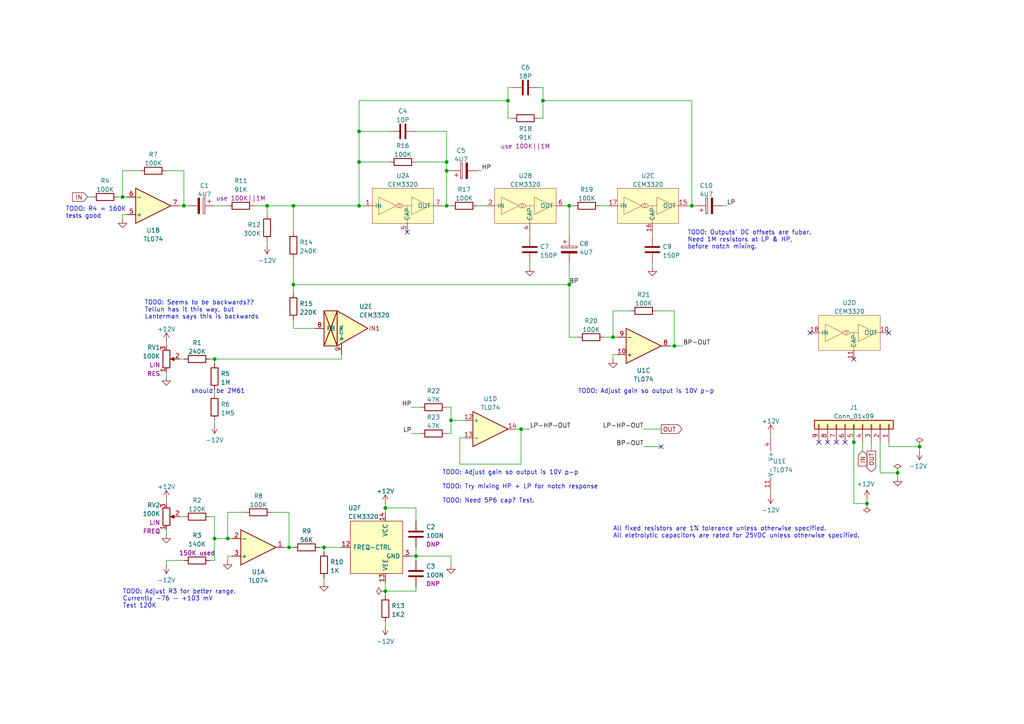
<source format=kicad_sch>
(kicad_sch (version 20211123) (generator eeschema)
  (paper "A4")
  (title_block (title "Eurorack ProtoModule") (date "2021-10-06") (rev "1.0") (company "Len Popp") (comment 1 "Copyright © 2022 Len Popp CC BY") (comment 2 "Circuit design for my custom Eurorack breadboard prototyping module"))
  (lib_symbols
    (symbol "-lmp-opamp:TL074" (pin_names (offset 0.127))
      (property "Reference" "U" (at 0 5.08 0))
      (property "Value" "TL074" (at 0 -5.08 0))
      (symbol "TL074_1_1"
        (pin output line (at 7.62 0 180) (length 2.54) (name "~") (number "1"))
        (pin input line (at -7.62 -2.54 0) (length 2.54) (name "-") (number "2"))
        (pin input line (at -7.62 2.54 0) (length 2.54) (name "+") (number "3"))
      )
      (symbol "TL074_2_1"
        (pin input line (at -7.62 2.54 0) (length 2.54) (name "+") (number "5"))
        (pin input line (at -7.62 -2.54 0) (length 2.54) (name "-") (number "6"))
        (pin output line (at 7.62 0 180) (length 2.54) (name "~") (number "7"))
      )
      (symbol "TL074_3_1"
        (pin input line (at -7.62 2.54 0) (length 2.54) (name "+") (number "10"))
        (pin output line (at 7.62 0 180) (length 2.54) (name "~") (number "8"))
        (pin input line (at -7.62 -2.54 0) (length 2.54) (name "-") (number "9"))
      )
      (symbol "TL074_4_1"
        (pin input line (at -7.62 2.54 0) (length 2.54) (name "+") (number "12"))
        (pin input line (at -7.62 -2.54 0) (length 2.54) (name "-") (number "13"))
        (pin output line (at 7.62 0 180) (length 2.54) (name "~") (number "14"))
      )
      (symbol "TL074_5_1"
        (pin power_in line (at -2.54 -7.62 90) (length 3.81) (name "V-") (number "11"))
        (pin power_in line (at -2.54 7.62 270) (length 3.81) (name "V+") (number "4"))
      )
    )
    (symbol "-lmp-power:+12V" (power) (pin_names (offset 0))
      (property "Value" "+12V" (at 0 3.556 0))
      (symbol "+12V_1_1"
        (pin power_in line (at 0 0 90) (length 0) hide (name "+12V") (number "1"))
      )
    )
    (symbol "-lmp-power:-12V" (power) (pin_names (offset 0))
      (property "Value" "-12V" (at 0 -3.556 0))
      (symbol "-12V_1_1"
        (pin power_in line (at 0 0 270) (length 0) hide (name "-12V") (number "1"))
      )
    )
    (symbol "-lmp-power:GND" (power) (pin_numbers hide) (pin_names (offset 0) hide)
      (symbol "GND_1_1"
        (pin power_in line (at 0 0 270) (length 0) hide (name "GND") (number "1"))
      )
    )
    (symbol "-lmp-power:PWR_FLAG" (power) (pin_numbers hide) (pin_names (offset 0) hide)
      (property "Value" "PWR_FLAG" (at 0 3.81 0))
      (symbol "PWR_FLAG_0_0"
        (pin power_out line (at 0 0 90) (length 0) (name "pwr") (number "1"))
      )
    )
    (symbol "-lmp-synth:CEM3320" (pin_names (offset 0.762))
      (property "Reference" "U" (at 1.27 9.525 0))
      (property "Value" "CEM3320" (at 1.27 6.985 0))
      (symbol "CEM3320_1_1"
        (pin input line (at -10.16 0 0) (length 2.54) (name "IN") (number "1"))
        (pin passive line (at 2.54 -7.62 90) (length 2.54) (name "CAP") (number "5"))
        (pin output line (at 12.7 0 180) (length 2.54) (name "OUT") (number "7"))
      )
      (symbol "CEM3320_2_1"
        (pin input line (at -10.16 0 0) (length 2.54) (name "IN") (number "2"))
        (pin passive line (at 2.54 -7.62 90) (length 2.54) (name "CAP") (number "4"))
        (pin output line (at 12.7 0 180) (length 2.54) (name "OUT") (number "6"))
      )
      (symbol "CEM3320_3_1"
        (pin output line (at 12.7 0 180) (length 2.54) (name "OUT") (number "15"))
        (pin passive line (at 2.54 -7.62 90) (length 2.54) (name "CAP") (number "16"))
        (pin input line (at -10.16 0 0) (length 2.54) (name "IN") (number "17"))
      )
      (symbol "CEM3320_4_1"
        (pin output line (at 12.7 0 180) (length 2.54) (name "OUT") (number "10"))
        (pin passive line (at 2.54 -7.62 90) (length 2.54) (name "CAP") (number "11"))
        (pin input line (at -10.16 0 0) (length 2.54) (name "IN") (number "18"))
      )
      (symbol "CEM3320_5_0"
        (text "IN1" (at 9.525 0 0) (effects (font (size 1.27 1.27))))
      )
      (symbol "CEM3320_5_1"
        (pin input line (at -7.62 0 0) (length 2.54) (name "FB") (number "8"))
        (pin input line (at 0 -7.62 90) (length 3.302) (name "Q-CTRL") (number "9"))
      )
      (symbol "CEM3320_6_1"
        (pin input line (at -12.7 -2.54 0) (length 2.54) (name "FREQ-CTRL") (number "12"))
        (pin power_in line (at 0 -12.7 90) (length 2.54) (name "VEE") (number "13"))
        (pin power_in line (at 0 7.62 270) (length 2.54) (name "VCC") (number "14"))
        (pin power_in line (at 7.62 -5.08 180) (length 2.54) (name "GND") (number "3"))
      )
    )
    (symbol "-lmp:CC" (pin_numbers hide) (pin_names (offset 0.254))
      (property "Reference" "C" (at 0.635 2.54 0))
      (property "Value" "CC" (at 0.635 -2.54 0))
      (symbol "CC_1_1"
        (pin passive line (at 0 3.81 270) (length 2.794) (name "~") (number "1"))
        (pin passive line (at 0 -3.81 90) (length 2.794) (name "~") (number "2"))
      )
    )
    (symbol "-lmp:CC_100N" (pin_numbers hide) (pin_names (offset 0.254))
      (property "Reference" "C" (at 0.635 2.54 0))
      (property "Value" "CC_100N" (at 0.635 -2.54 0))
      (symbol "CC_100N_1_1"
        (pin passive line (at 0 3.81 270) (length 2.794) (name "~") (number "1"))
        (pin passive line (at 0 -3.81 90) (length 2.794) (name "~") (number "2"))
      )
    )
    (symbol "-lmp:CF" (pin_numbers hide) (pin_names (offset 0.254))
      (property "Reference" "C" (at 0.635 2.54 0))
      (property "Value" "CF" (at 0.635 -2.54 0))
      (symbol "CF_1_1"
        (pin passive line (at 0 3.81 270) (length 2.794) (name "~") (number "1"))
        (pin passive line (at 0 -3.81 90) (length 2.794) (name "~") (number "2"))
      )
    )
    (symbol "-lmp:CP" (pin_numbers hide) (pin_names (offset 0.254))
      (property "Reference" "C" (at 0.635 2.54 0))
      (property "Value" "CP" (at 0.635 -2.54 0))
      (symbol "CP_1_1"
        (pin passive line (at 0 3.81 270) (length 2.794) (name "~") (number "1"))
        (pin passive line (at 0 -3.81 90) (length 2.794) (name "~") (number "2"))
      )
    )
    (symbol "-lmp:R_1%_0W166" (pin_numbers hide) (pin_names (offset 0))
      (property "Reference" "R" (at -2.286 0 90))
      (property "Value" "R_1%_0W166" (at 2.413 0 90))
      (symbol "R_1%_0W166_1_1"
        (pin passive line (at 0 3.81 270) (length 1.27) (name "~") (number "1"))
        (pin passive line (at 0 -3.81 90) (length 1.27) (name "~") (number "2"))
      )
    )
    (symbol "-lmp:R_POT" (pin_names (offset 1.016) hide)
      (property "Reference" "RV" (at -9.144 0 90))
      (property "Value" "R_POT" (at -7.239 0 90))
      (property "Value2" "[LIN/LOG]" (at -5.207 0 90))
      (property "Label" "[label]" (at -3.175 0 90))
      (symbol "R_POT_1_1"
        (pin passive line (at 0 3.81 270) (length 1.27) (name "1") (number "1"))
        (pin passive line (at 3.81 0 180) (length 1.27) (name "2") (number "2"))
        (pin passive line (at 0 -3.81 90) (length 1.27) (name "3") (number "3"))
      )
    )
    (symbol "CEM3320_1" (pin_names (offset 0.762))
      (property "Reference" "U" (at 1.27 9.525 0))
      (property "Value" "CEM3320_1" (at 1.27 6.985 0))
      (symbol "CEM3320_1_1_1"
        (pin input line (at -10.16 0 0) (length 2.54) (name "IN") (number "1"))
        (pin passive line (at 2.54 -7.62 90) (length 2.54) (name "CAP") (number "5"))
        (pin output line (at 12.7 0 180) (length 2.54) (name "OUT") (number "7"))
      )
      (symbol "CEM3320_1_2_1"
        (pin input line (at -10.16 0 0) (length 2.54) (name "IN") (number "2"))
        (pin passive line (at 2.54 -7.62 90) (length 2.54) (name "CAP") (number "4"))
        (pin output line (at 12.7 0 180) (length 2.54) (name "OUT") (number "6"))
      )
      (symbol "CEM3320_1_3_1"
        (pin output line (at 12.7 0 180) (length 2.54) (name "OUT") (number "15"))
        (pin passive line (at 2.54 -7.62 90) (length 2.54) (name "CAP") (number "16"))
        (pin input line (at -10.16 0 0) (length 2.54) (name "IN") (number "17"))
      )
      (symbol "CEM3320_1_4_1"
        (pin output line (at 12.7 0 180) (length 2.54) (name "OUT") (number "10"))
        (pin passive line (at 2.54 -7.62 90) (length 2.54) (name "CAP") (number "11"))
        (pin input line (at -10.16 0 0) (length 2.54) (name "IN") (number "18"))
      )
      (symbol "CEM3320_1_5_0"
        (text "IN1" (at 9.525 0 0) (effects (font (size 1.27 1.27))))
      )
      (symbol "CEM3320_1_5_1"
        (pin input line (at -7.62 0 0) (length 2.54) (name "FB") (number "8"))
        (pin input line (at 0 -7.62 90) (length 3.302) (name "Q-CTRL") (number "9"))
      )
      (symbol "CEM3320_1_6_1"
        (pin input line (at -12.7 -2.54 0) (length 2.54) (name "FREQ-CTRL") (number "12"))
        (pin power_in line (at 0 -12.7 90) (length 2.54) (name "VEE") (number "13"))
        (pin power_in line (at 0 7.62 270) (length 2.54) (name "VCC") (number "14"))
        (pin power_in line (at 7.62 -5.08 180) (length 2.54) (name "GND") (number "3"))
      )
    )
    (symbol "CEM3320_2" (pin_names (offset 0.762))
      (property "Reference" "U" (at 1.27 9.525 0))
      (property "Value" "CEM3320_2" (at 1.27 6.985 0))
      (symbol "CEM3320_2_1_1"
        (pin input line (at -10.16 0 0) (length 2.54) (name "IN") (number "1"))
        (pin passive line (at 2.54 -7.62 90) (length 2.54) (name "CAP") (number "5"))
        (pin output line (at 12.7 0 180) (length 2.54) (name "OUT") (number "7"))
      )
      (symbol "CEM3320_2_2_1"
        (pin input line (at -10.16 0 0) (length 2.54) (name "IN") (number "2"))
        (pin passive line (at 2.54 -7.62 90) (length 2.54) (name "CAP") (number "4"))
        (pin output line (at 12.7 0 180) (length 2.54) (name "OUT") (number "6"))
      )
      (symbol "CEM3320_2_3_1"
        (pin output line (at 12.7 0 180) (length 2.54) (name "OUT") (number "15"))
        (pin passive line (at 2.54 -7.62 90) (length 2.54) (name "CAP") (number "16"))
        (pin input line (at -10.16 0 0) (length 2.54) (name "IN") (number "17"))
      )
      (symbol "CEM3320_2_4_1"
        (pin output line (at 12.7 0 180) (length 2.54) (name "OUT") (number "10"))
        (pin passive line (at 2.54 -7.62 90) (length 2.54) (name "CAP") (number "11"))
        (pin input line (at -10.16 0 0) (length 2.54) (name "IN") (number "18"))
      )
      (symbol "CEM3320_2_5_0"
        (text "IN1" (at 9.525 0 0) (effects (font (size 1.27 1.27))))
      )
      (symbol "CEM3320_2_5_1"
        (pin input line (at -7.62 0 0) (length 2.54) (name "FB") (number "8"))
        (pin input line (at 0 -7.62 90) (length 3.302) (name "Q-CTRL") (number "9"))
      )
      (symbol "CEM3320_2_6_1"
        (pin input line (at -12.7 -2.54 0) (length 2.54) (name "FREQ-CTRL") (number "12"))
        (pin power_in line (at 0 -12.7 90) (length 2.54) (name "VEE") (number "13"))
        (pin power_in line (at 0 7.62 270) (length 2.54) (name "VCC") (number "14"))
        (pin power_in line (at 7.62 -5.08 180) (length 2.54) (name "GND") (number "3"))
      )
    )
    (symbol "CEM3320_3" (pin_names (offset 0.762))
      (property "Reference" "U" (at 1.27 9.525 0))
      (property "Value" "CEM3320_3" (at 1.27 6.985 0))
      (symbol "CEM3320_3_1_1"
        (pin input line (at -10.16 0 0) (length 2.54) (name "IN") (number "1"))
        (pin passive line (at 2.54 -7.62 90) (length 2.54) (name "CAP") (number "5"))
        (pin output line (at 12.7 0 180) (length 2.54) (name "OUT") (number "7"))
      )
      (symbol "CEM3320_3_2_1"
        (pin input line (at -10.16 0 0) (length 2.54) (name "IN") (number "2"))
        (pin passive line (at 2.54 -7.62 90) (length 2.54) (name "CAP") (number "4"))
        (pin output line (at 12.7 0 180) (length 2.54) (name "OUT") (number "6"))
      )
      (symbol "CEM3320_3_3_1"
        (pin output line (at 12.7 0 180) (length 2.54) (name "OUT") (number "15"))
        (pin passive line (at 2.54 -7.62 90) (length 2.54) (name "CAP") (number "16"))
        (pin input line (at -10.16 0 0) (length 2.54) (name "IN") (number "17"))
      )
      (symbol "CEM3320_3_4_1"
        (pin output line (at 12.7 0 180) (length 2.54) (name "OUT") (number "10"))
        (pin passive line (at 2.54 -7.62 90) (length 2.54) (name "CAP") (number "11"))
        (pin input line (at -10.16 0 0) (length 2.54) (name "IN") (number "18"))
      )
      (symbol "CEM3320_3_5_0"
        (text "IN1" (at 9.525 0 0) (effects (font (size 1.27 1.27))))
      )
      (symbol "CEM3320_3_5_1"
        (pin input line (at -7.62 0 0) (length 2.54) (name "FB") (number "8"))
        (pin input line (at 0 -7.62 90) (length 3.302) (name "Q-CTRL") (number "9"))
      )
      (symbol "CEM3320_3_6_1"
        (pin input line (at -12.7 -2.54 0) (length 2.54) (name "FREQ-CTRL") (number "12"))
        (pin power_in line (at 0 -12.7 90) (length 2.54) (name "VEE") (number "13"))
        (pin power_in line (at 0 7.62 270) (length 2.54) (name "VCC") (number "14"))
        (pin power_in line (at 7.62 -5.08 180) (length 2.54) (name "GND") (number "3"))
      )
    )
    (symbol "CEM3320_4" (pin_names (offset 0.762))
      (property "Reference" "U" (at 1.27 9.525 0))
      (property "Value" "CEM3320_4" (at 1.27 6.985 0))
      (symbol "CEM3320_4_1_1"
        (pin input line (at -10.16 0 0) (length 2.54) (name "IN") (number "1"))
        (pin passive line (at 2.54 -7.62 90) (length 2.54) (name "CAP") (number "5"))
        (pin output line (at 12.7 0 180) (length 2.54) (name "OUT") (number "7"))
      )
      (symbol "CEM3320_4_2_1"
        (pin input line (at -10.16 0 0) (length 2.54) (name "IN") (number "2"))
        (pin passive line (at 2.54 -7.62 90) (length 2.54) (name "CAP") (number "4"))
        (pin output line (at 12.7 0 180) (length 2.54) (name "OUT") (number "6"))
      )
      (symbol "CEM3320_4_3_1"
        (pin output line (at 12.7 0 180) (length 2.54) (name "OUT") (number "15"))
        (pin passive line (at 2.54 -7.62 90) (length 2.54) (name "CAP") (number "16"))
        (pin input line (at -10.16 0 0) (length 2.54) (name "IN") (number "17"))
      )
      (symbol "CEM3320_4_4_1"
        (pin output line (at 12.7 0 180) (length 2.54) (name "OUT") (number "10"))
        (pin passive line (at 2.54 -7.62 90) (length 2.54) (name "CAP") (number "11"))
        (pin input line (at -10.16 0 0) (length 2.54) (name "IN") (number "18"))
      )
      (symbol "CEM3320_4_5_0"
        (text "IN1" (at 9.525 0 0) (effects (font (size 1.27 1.27))))
      )
      (symbol "CEM3320_4_5_1"
        (pin input line (at -7.62 0 0) (length 2.54) (name "FB") (number "8"))
        (pin input line (at 0 -7.62 90) (length 3.302) (name "Q-CTRL") (number "9"))
      )
      (symbol "CEM3320_4_6_1"
        (pin input line (at -12.7 -2.54 0) (length 2.54) (name "FREQ-CTRL") (number "12"))
        (pin power_in line (at 0 -12.7 90) (length 2.54) (name "VEE") (number "13"))
        (pin power_in line (at 0 7.62 270) (length 2.54) (name "VCC") (number "14"))
        (pin power_in line (at 7.62 -5.08 180) (length 2.54) (name "GND") (number "3"))
      )
    )
    (symbol "CEM3320_5" (pin_names (offset 0.762))
      (property "Reference" "U" (at 1.27 9.525 0))
      (property "Value" "CEM3320_5" (at 1.27 6.985 0))
      (symbol "CEM3320_5_1_1"
        (pin input line (at -10.16 0 0) (length 2.54) (name "IN") (number "1"))
        (pin passive line (at 2.54 -7.62 90) (length 2.54) (name "CAP") (number "5"))
        (pin output line (at 12.7 0 180) (length 2.54) (name "OUT") (number "7"))
      )
      (symbol "CEM3320_5_2_1"
        (pin input line (at -10.16 0 0) (length 2.54) (name "IN") (number "2"))
        (pin passive line (at 2.54 -7.62 90) (length 2.54) (name "CAP") (number "4"))
        (pin output line (at 12.7 0 180) (length 2.54) (name "OUT") (number "6"))
      )
      (symbol "CEM3320_5_3_1"
        (pin output line (at 12.7 0 180) (length 2.54) (name "OUT") (number "15"))
        (pin passive line (at 2.54 -7.62 90) (length 2.54) (name "CAP") (number "16"))
        (pin input line (at -10.16 0 0) (length 2.54) (name "IN") (number "17"))
      )
      (symbol "CEM3320_5_4_1"
        (pin output line (at 12.7 0 180) (length 2.54) (name "OUT") (number "10"))
        (pin passive line (at 2.54 -7.62 90) (length 2.54) (name "CAP") (number "11"))
        (pin input line (at -10.16 0 0) (length 2.54) (name "IN") (number "18"))
      )
      (symbol "CEM3320_5_5_0"
        (text "IN1" (at 9.525 0 0) (effects (font (size 1.27 1.27))))
      )
      (symbol "CEM3320_5_5_1"
        (pin input line (at -7.62 0 0) (length 2.54) (name "FB") (number "8"))
        (pin input line (at 0 -7.62 90) (length 3.302) (name "Q-CTRL") (number "9"))
      )
      (symbol "CEM3320_5_6_1"
        (pin input line (at -12.7 -2.54 0) (length 2.54) (name "FREQ-CTRL") (number "12"))
        (pin power_in line (at 0 -12.7 90) (length 2.54) (name "VEE") (number "13"))
        (pin power_in line (at 0 7.62 270) (length 2.54) (name "VCC") (number "14"))
        (pin power_in line (at 7.62 -5.08 180) (length 2.54) (name "GND") (number "3"))
      )
    )
    (symbol "Connector_Generic:Conn_01x09" (pin_names (offset 1.016) hide)
      (property "Reference" "J" (at 0 12.7 0))
      (property "Value" "Conn_01x09" (at 0 -12.7 0))
      (symbol "Conn_01x09_1_1"
        (pin passive line (at -5.08 10.16 0) (length 3.81) (name "Pin_1") (number "1"))
        (pin passive line (at -5.08 7.62 0) (length 3.81) (name "Pin_2") (number "2"))
        (pin passive line (at -5.08 5.08 0) (length 3.81) (name "Pin_3") (number "3"))
        (pin passive line (at -5.08 2.54 0) (length 3.81) (name "Pin_4") (number "4"))
        (pin passive line (at -5.08 0 0) (length 3.81) (name "Pin_5") (number "5"))
        (pin passive line (at -5.08 -2.54 0) (length 3.81) (name "Pin_6") (number "6"))
        (pin passive line (at -5.08 -5.08 0) (length 3.81) (name "Pin_7") (number "7"))
        (pin passive line (at -5.08 -7.62 0) (length 3.81) (name "Pin_8") (number "8"))
        (pin passive line (at -5.08 -10.16 0) (length 3.81) (name "Pin_9") (number "9"))
      )
    )
  )
  (junction (at 120.65 161.29))
  (junction (at 157.48 29.21))
  (junction (at 104.14 59.69))
  (junction (at 247.65 128.27))
  (junction (at 165.1 82.55))
  (junction (at 93.98 158.75))
  (junction (at 130.81 121.92))
  (junction (at 104.14 46.99))
  (junction (at 83.82 158.75))
  (junction (at 111.76 171.45))
  (junction (at 129.54 49.53))
  (junction (at 53.34 59.69))
  (junction (at 147.32 29.21))
  (junction (at 260.35 137.16))
  (junction (at 251.46 146.05))
  (junction (at 62.23 104.14))
  (junction (at 35.56 57.15))
  (junction (at 195.58 100.33))
  (junction (at 129.54 59.69))
  (junction (at 85.09 82.55))
  (junction (at 200.66 59.69))
  (junction (at 77.47 59.69))
  (junction (at 177.8 97.79))
  (junction (at 151.13 124.46))
  (junction (at 104.14 38.1))
  (junction (at 85.09 59.69))
  (junction (at 111.76 147.32))
  (junction (at 129.54 46.99))
  (junction (at 62.23 156.21))
  (junction (at 266.7 129.54))
  (junction (at 66.04 156.21))
  (junction (at 165.1 59.69))
  (no_connect (at 237.49 128.27))
  (no_connect (at 240.03 128.27))
  (no_connect (at 242.57 128.27))
  (no_connect (at 191.77 129.54))
  (no_connect (at 118.11 67.31))
  (no_connect (at 234.95 96.52))
  (no_connect (at 257.81 96.52))
  (no_connect (at 247.65 104.14))
  (no_connect (at 245.11 128.27))
  (wire (pts (xy 247.65 128.27) (xy 247.65 146.05)))
  (wire (pts (xy 53.34 49.53) (xy 48.26 49.53)))
  (wire (pts (xy 148.59 34.29) (xy 147.32 34.29)))
  (wire (pts (xy 60.96 149.86) (xy 62.23 149.86)))
  (wire (pts (xy 157.48 29.21) (xy 157.48 25.4)))
  (wire (pts (xy 62.23 104.14) (xy 99.06 104.14)))
  (wire (pts (xy 83.82 158.75) (xy 83.82 148.59)))
  (wire (pts (xy 165.1 76.2) (xy 165.1 82.55)))
  (wire (pts (xy 130.81 121.92) (xy 130.81 125.73)))
  (wire (pts (xy 186.69 124.46) (xy 191.77 124.46)))
  (wire (pts (xy 250.19 128.27) (xy 250.19 130.81)))
  (wire (pts (xy 177.8 97.79) (xy 175.26 97.79)))
  (wire (pts (xy 83.82 148.59) (xy 78.74 148.59)))
  (wire (pts (xy 257.81 129.54) (xy 266.7 129.54)))
  (wire (pts (xy 129.54 59.69) (xy 130.81 59.69)))
  (wire (pts (xy 129.54 49.53) (xy 130.81 49.53)))
  (wire (pts (xy 62.23 156.21) (xy 66.04 156.21)))
  (wire (pts (xy 104.14 29.21) (xy 104.14 38.1)))
  (wire (pts (xy 266.7 129.54) (xy 266.7 130.81)))
  (wire (pts (xy 62.23 113.03) (xy 62.23 114.3)))
  (wire (pts (xy 111.76 180.34) (xy 111.76 181.61)))
  (wire (pts (xy 40.64 49.53) (xy 35.56 49.53)))
  (wire (pts (xy 77.47 59.69) (xy 77.47 62.23)))
  (wire (pts (xy 73.66 59.69) (xy 77.47 59.69)))
  (wire (pts (xy 104.14 38.1) (xy 104.14 46.99)))
  (wire (pts (xy 223.52 142.24) (xy 223.52 143.51)))
  (wire (pts (xy 120.65 161.29) (xy 120.65 158.75)))
  (wire (pts (xy 99.06 104.14) (xy 99.06 102.87)))
  (wire (pts (xy 66.04 161.29) (xy 66.04 162.56)))
  (wire (pts (xy 93.98 160.02) (xy 93.98 158.75)))
  (wire (pts (xy 104.14 46.99) (xy 104.14 59.69)))
  (wire (pts (xy 130.81 125.73) (xy 129.54 125.73)))
  (wire (pts (xy 156.21 25.4) (xy 157.48 25.4)))
  (wire (pts (xy 147.32 29.21) (xy 104.14 29.21)))
  (wire (pts (xy 119.38 161.29) (xy 120.65 161.29)))
  (wire (pts (xy 48.26 144.78) (xy 48.26 146.05)))
  (wire (pts (xy 130.81 121.92) (xy 134.62 121.92)))
  (wire (pts (xy 119.38 118.11) (xy 121.92 118.11)))
  (wire (pts (xy 177.8 102.87) (xy 177.8 104.14)))
  (wire (pts (xy 85.09 59.69) (xy 104.14 59.69)))
  (wire (pts (xy 36.83 62.23) (xy 35.56 62.23)))
  (wire (pts (xy 25.4 57.15) (xy 26.67 57.15)))
  (wire (pts (xy 62.23 59.69) (xy 66.04 59.69)))
  (wire (pts (xy 120.65 161.29) (xy 130.81 161.29)))
  (wire (pts (xy 247.65 146.05) (xy 251.46 146.05)))
  (wire (pts (xy 252.73 130.81) (xy 252.73 128.27)))
  (wire (pts (xy 35.56 57.15) (xy 36.83 57.15)))
  (wire (pts (xy 157.48 29.21) (xy 200.66 29.21)))
  (wire (pts (xy 129.54 49.53) (xy 129.54 46.99)))
  (wire (pts (xy 48.26 107.95) (xy 48.26 109.22)))
  (wire (pts (xy 82.55 158.75) (xy 83.82 158.75)))
  (wire (pts (xy 130.81 161.29) (xy 130.81 163.83)))
  (wire (pts (xy 52.07 59.69) (xy 53.34 59.69)))
  (wire (pts (xy 153.67 67.31) (xy 153.67 68.58)))
  (wire (pts (xy 153.67 76.2) (xy 153.67 77.47)))
  (wire (pts (xy 129.54 59.69) (xy 129.54 49.53)))
  (wire (pts (xy 223.52 125.73) (xy 223.52 127)))
  (wire (pts (xy 85.09 92.71) (xy 85.09 95.25)))
  (wire (pts (xy 93.98 158.75) (xy 92.71 158.75)))
  (wire (pts (xy 257.81 129.54) (xy 257.81 128.27)))
  (wire (pts (xy 151.13 124.46) (xy 153.67 124.46)))
  (wire (pts (xy 35.56 62.23) (xy 35.56 63.5)))
  (wire (pts (xy 48.26 162.56) (xy 53.34 162.56)))
  (wire (pts (xy 151.13 134.62) (xy 133.35 134.62)))
  (wire (pts (xy 138.43 59.69) (xy 140.97 59.69)))
  (wire (pts (xy 60.96 104.14) (xy 62.23 104.14)))
  (wire (pts (xy 83.82 158.75) (xy 85.09 158.75)))
  (wire (pts (xy 163.83 59.69) (xy 165.1 59.69)))
  (wire (pts (xy 62.23 162.56) (xy 62.23 156.21)))
  (wire (pts (xy 120.65 46.99) (xy 129.54 46.99)))
  (wire (pts (xy 247.65 123.19) (xy 247.65 128.27)))
  (wire (pts (xy 260.35 137.16) (xy 255.27 137.16)))
  (wire (pts (xy 85.09 82.55) (xy 85.09 85.09)))
  (wire (pts (xy 53.34 59.69) (xy 54.61 59.69)))
  (wire (pts (xy 111.76 171.45) (xy 111.76 172.72)))
  (wire (pts (xy 111.76 147.32) (xy 111.76 148.59)))
  (wire (pts (xy 34.29 57.15) (xy 35.56 57.15)))
  (wire (pts (xy 129.54 118.11) (xy 130.81 118.11)))
  (wire (pts (xy 165.1 97.79) (xy 165.1 82.55)))
  (wire (pts (xy 167.64 97.79) (xy 165.1 97.79)))
  (wire (pts (xy 182.88 90.17) (xy 177.8 90.17)))
  (wire (pts (xy 85.09 95.25) (xy 91.44 95.25)))
  (wire (pts (xy 195.58 90.17) (xy 190.5 90.17)))
  (wire (pts (xy 62.23 149.86) (xy 62.23 156.21)))
  (wire (pts (xy 173.99 59.69) (xy 176.53 59.69)))
  (wire (pts (xy 189.23 67.31) (xy 189.23 68.58)))
  (wire (pts (xy 93.98 158.75) (xy 99.06 158.75)))
  (wire (pts (xy 200.66 59.69) (xy 201.93 59.69)))
  (wire (pts (xy 177.8 90.17) (xy 177.8 97.79)))
  (wire (pts (xy 48.26 153.67) (xy 48.26 154.94)))
  (wire (pts (xy 119.38 125.73) (xy 121.92 125.73)))
  (wire (pts (xy 195.58 100.33) (xy 195.58 90.17)))
  (wire (pts (xy 111.76 171.45) (xy 120.65 171.45)))
  (wire (pts (xy 138.43 49.53) (xy 139.7 49.53)))
  (wire (pts (xy 120.65 162.56) (xy 120.65 161.29)))
  (wire (pts (xy 85.09 59.69) (xy 85.09 67.31)))
  (wire (pts (xy 186.69 129.54) (xy 191.77 129.54)))
  (wire (pts (xy 251.46 144.78) (xy 251.46 146.05)))
  (wire (pts (xy 133.35 134.62) (xy 133.35 127)))
  (wire (pts (xy 128.27 59.69) (xy 129.54 59.69)))
  (wire (pts (xy 53.34 59.69) (xy 53.34 49.53)))
  (wire (pts (xy 179.07 102.87) (xy 177.8 102.87)))
  (wire (pts (xy 60.96 162.56) (xy 62.23 162.56)))
  (wire (pts (xy 195.58 100.33) (xy 198.12 100.33)))
  (wire (pts (xy 85.09 82.55) (xy 165.1 82.55)))
  (wire (pts (xy 66.04 156.21) (xy 67.31 156.21)))
  (wire (pts (xy 48.26 99.06) (xy 48.26 100.33)))
  (wire (pts (xy 147.32 25.4) (xy 148.59 25.4)))
  (wire (pts (xy 179.07 97.79) (xy 177.8 97.79)))
  (wire (pts (xy 67.31 161.29) (xy 66.04 161.29)))
  (wire (pts (xy 157.48 34.29) (xy 157.48 29.21)))
  (wire (pts (xy 62.23 121.92) (xy 62.23 123.19)))
  (wire (pts (xy 189.23 76.2) (xy 189.23 77.47)))
  (wire (pts (xy 52.07 104.14) (xy 53.34 104.14)))
  (wire (pts (xy 165.1 59.69) (xy 165.1 68.58)))
  (wire (pts (xy 66.04 148.59) (xy 66.04 156.21)))
  (wire (pts (xy 85.09 74.93) (xy 85.09 82.55)))
  (wire (pts (xy 147.32 29.21) (xy 147.32 25.4)))
  (wire (pts (xy 133.35 127) (xy 134.62 127)))
  (wire (pts (xy 120.65 151.13) (xy 120.65 147.32)))
  (wire (pts (xy 194.31 100.33) (xy 195.58 100.33)))
  (wire (pts (xy 71.12 148.59) (xy 66.04 148.59)))
  (wire (pts (xy 77.47 59.69) (xy 85.09 59.69)))
  (wire (pts (xy 147.32 34.29) (xy 147.32 29.21)))
  (wire (pts (xy 129.54 46.99) (xy 129.54 38.1)))
  (wire (pts (xy 156.21 34.29) (xy 157.48 34.29)))
  (wire (pts (xy 260.35 138.43) (xy 260.35 137.16)))
  (wire (pts (xy 149.86 124.46) (xy 151.13 124.46)))
  (wire (pts (xy 120.65 170.18) (xy 120.65 171.45)))
  (wire (pts (xy 52.07 149.86) (xy 53.34 149.86)))
  (wire (pts (xy 151.13 124.46) (xy 151.13 134.62)))
  (wire (pts (xy 62.23 104.14) (xy 62.23 105.41)))
  (wire (pts (xy 111.76 146.05) (xy 111.76 147.32)))
  (wire (pts (xy 111.76 147.32) (xy 120.65 147.32)))
  (wire (pts (xy 77.47 69.85) (xy 77.47 71.12)))
  (wire (pts (xy 209.55 59.69) (xy 210.82 59.69)))
  (wire (pts (xy 35.56 49.53) (xy 35.56 57.15)))
  (wire (pts (xy 104.14 46.99) (xy 113.03 46.99)))
  (wire (pts (xy 111.76 168.91) (xy 111.76 171.45)))
  (wire (pts (xy 255.27 128.27) (xy 255.27 137.16)))
  (wire (pts (xy 130.81 118.11) (xy 130.81 121.92)))
  (wire (pts (xy 93.98 168.91) (xy 93.98 167.64)))
  (wire (pts (xy 113.03 38.1) (xy 104.14 38.1)))
  (wire (pts (xy 200.66 29.21) (xy 200.66 59.69)))
  (wire (pts (xy 48.26 163.83) (xy 48.26 162.56)))
  (wire (pts (xy 165.1 59.69) (xy 166.37 59.69)))
  (wire (pts (xy 199.39 59.69) (xy 200.66 59.69)))
  (wire (pts (xy 104.14 59.69) (xy 105.41 59.69)))
  (wire (pts (xy 129.54 38.1) (xy 120.65 38.1)))
  (text "should be 2M61" (at 71.12 114.3 180) (effects (font (size 1.27 1.27)) (justify right bottom)))
  (text "TODO: Adjust gain so output is 10V p-p" (at 167.64 114.3 0) (effects (font (size 1.27 1.27)) (justify left bottom)))
  (text "TODO: Outputs' DC offsets are fubar.\nNeed 1M resistors at LP & HP, \nbefore notch mixing." (at 199.39 72.39 0) (effects (font (size 1.27 1.27)) (justify left bottom)))
  (text "TODO: Adjust gain so output is 10V p-p\n\nTODO: Try mixing HP + LP for notch response\n\nTODO: Need 5P6 cap? Test." (at 128.27 146.05 0) (effects (font (size 1.27 1.27)) (justify left bottom)))
  (text "All fixed resistors are 1% tolerance unless otherwise specified.\nAll eletrolytic capacitors are rated for 25VDC unless otherwise specified." (at 177.8 156.21 0) (effects (font (size 1.27 1.27)) (justify left bottom)))
  (text "TODO: R4 = 160K\ntests good" (at 19.05 63.5 0) (effects (font (size 1.27 1.27)) (justify left bottom)))
  (text "TODO: Seems to be backwards??\nTellun has it this way, but \nLanterman says this is backwards" (at 41.91 92.71 0) (effects (font (size 1.27 1.27)) (justify left bottom)))
  (text "TODO: Adjust R3 for better range.\nCurrently -76 - +103 mV\nTest 120K" (at 35.56 176.53 0) (effects (font (size 1.27 1.27)) (justify left bottom)))
  (label "BP-OUT" (at 198.12 100.33 0))
  (label "HP" (at 139.7 49.53 0))
  (label "LP-HP-OUT" (at 186.69 124.46 180))
  (label "LP" (at 210.82 59.69 0))
  (label "HP" (at 119.38 118.11 180))
  (label "BP-OUT" (at 186.69 129.54 180))
  (label "LP" (at 119.38 125.73 180))
  (label "LP-HP-OUT" (at 153.67 124.46 0))
  (label "BP" (at 165.1 82.55 0))
  (global_label "IN" (shape input) (at 250.19 130.81 270) (property "Intersheet References" "${INTERSHEET_REFS}" (effects hide)))
  (global_label "IN" (shape input) (at 25.4 57.15 180) (property "Intersheet References" "${INTERSHEET_REFS}" (effects hide)))
  (global_label "OUT" (shape output) (at 191.77 124.46 0) (property "Intersheet References" "${INTERSHEET_REFS}" (effects hide)))
  (global_label "OUT" (shape output) (at 252.73 130.81 270) (property "Intersheet References" "${INTERSHEET_REFS}" (effects hide)))
  (symbol (lib_id "-lmp-power:GND") (at 260.35 138.43 0) (mirror y) (unit 1)
    (property "Reference" "#PWR04" (effects hide))
    (property "Value" "GND" (effects hide))
  )
  (symbol (lib_id "-lmp-power:+12V") (at 251.46 144.78 0) (mirror y) (unit 1)
    (property "Reference" "#PWR03" (effects hide))
    (property "Value" "+12V" (at 251.079 140.3858 0))
  )
  (symbol (lib_id "-lmp-power:-12V") (at 266.7 130.81 0) (mirror y) (unit 1)
    (property "Reference" "#PWR05" (effects hide))
    (property "Value" "-12V" (at 266.319 135.2042 0))
  )
  (symbol (lib_id "-lmp-power:PWR_FLAG") (at 266.7 129.54 0) (mirror y) (unit 1)
    (property "Reference" "#FLG04" (effects hide))
    (property "Value" "PWR_FLAG" (effects hide))
  )
  (symbol (lib_id "-lmp-power:PWR_FLAG") (at 251.46 146.05 0) (mirror x) (unit 1)
    (property "Reference" "#FLG05" (effects hide))
    (property "Value" "PWR_FLAG" (effects hide))
  )
  (symbol (lib_id "Connector_Generic:Conn_01x09") (at 247.65 123.19 270) (mirror x) (unit 1) (in_bom no)
    (property "Reference" "J1" (at 247.65 118.2202 90))
    (property "Value" "Conn_01x09" (at 247.65 120.7571 90))
    (property "Footprint" "Connector_PinHeader_2.54mm:PinHeader_1x09_P2.54mm_Vertical" (effects hide))
  )
  (symbol (lib_id "-lmp-power:PWR_FLAG") (at 260.35 137.16 0) (mirror y) (unit 1)
    (property "Reference" "#FLG01" (effects hide))
    (property "Value" "PWR_FLAG" (effects hide))
  )
  (symbol (lib_id "-lmp:R_1%_0W166") (at 134.62 59.69 90) (unit 1)
    (property "Reference" "R17" (at 134.62 54.9742 90))
    (property "Value" "100K" (at 134.62 57.5111 90))
    (property "Footprint" "-lmp-stripboard:SB_Gen_5" (effects hide))
    (property "Datasheet" "https://www.mouser.ca/datasheet/2/447/Yageo_LR_MFR_1-1714151.pdf" (effects hide))
    (property "Manufacturer" "YAGEO" (effects hide))
    (property "ManufacturerPartNum" "MFR-12*" (effects hide))
    (property "Distributor" "Mouser" (effects hide))
    (property "DistributorPartNum" "603-MFR-12*" (effects hide))
    (property "DistributorPartLink" "https://www.mouser.ca/c/?m=YAGEO&power+rating=166+mW+(1%2f6+W)&tolerance=1+%25&instock=y" (effects hide))
    (property "Value2" "1%, 1/6 W" (effects hide))
  )
  (symbol (lib_id "-lmp:R_1%_0W166") (at 74.93 148.59 90) (unit 1)
    (property "Reference" "R8" (at 74.93 143.8742 90))
    (property "Value" "100K" (at 74.93 146.4111 90))
    (property "Footprint" "-lmp-stripboard:SB_Gen_1" (effects hide))
    (property "Datasheet" "https://www.mouser.ca/datasheet/2/447/Yageo_LR_MFR_1-1714151.pdf" (effects hide))
    (property "Manufacturer" "YAGEO" (effects hide))
    (property "ManufacturerPartNum" "MFR-12*" (effects hide))
    (property "Distributor" "Mouser" (effects hide))
    (property "DistributorPartNum" "603-MFR-12*" (effects hide))
    (property "DistributorPartLink" "https://www.mouser.ca/c/?m=YAGEO&power+rating=166+mW+(1%2f6+W)&tolerance=1+%25&instock=y" (effects hide))
    (property "Value2" "1%, 1/6 W" (effects hide))
  )
  (symbol (lib_id "-lmp:R_1%_0W166") (at 77.47 66.04 0) (unit 1)
    (property "Reference" "R12" (at 75.692 65.2053 0) (effects (justify right)))
    (property "Value" "300K" (at 75.692 67.7422 0) (effects (justify right)))
    (property "Footprint" "-lmp-stripboard:SB_Gen_2" (effects hide))
    (property "Datasheet" "https://www.mouser.ca/datasheet/2/447/Yageo_LR_MFR_1-1714151.pdf" (effects hide))
    (property "Manufacturer" "YAGEO" (effects hide))
    (property "ManufacturerPartNum" "MFR-12*" (effects hide))
    (property "Distributor" "Mouser" (effects hide))
    (property "DistributorPartNum" "603-MFR-12*" (effects hide))
    (property "DistributorPartLink" "https://www.mouser.ca/c/?m=YAGEO&power+rating=166+mW+(1%2f6+W)&tolerance=1+%25&instock=y" (effects hide))
    (property "Value2" "1%, 1/6 W" (effects hide))
  )
  (symbol (lib_id "-lmp-power:PWR_FLAG") (at 111.76 171.45 90) (unit 1)
    (property "Reference" "#FLG02" (effects hide))
    (property "Value" "PWR_FLAG" (effects hide))
  )
  (symbol (lib_id "-lmp:R_POT") (at 48.26 104.14 0) (mirror x) (unit 1)
    (property "Reference" "RV1" (at 46.4821 100.7684 0) (effects (justify right)))
    (property "Value" "100K" (at 46.4821 103.3053 0) (effects (justify right)))
    (property "Footprint" "-lmp-misc:Potentiometer_Bourns_3310R_Top" (effects hide))
    (property "Value2" "LIN" (at 46.4821 105.8422 0) (effects (justify right)))
    (property "Label" "RES" (at 46.4821 108.3791 0) (effects (justify right)))
  )
  (symbol (lib_id "-lmp-power:GND") (at 130.81 163.83 0) (unit 1)
    (property "Reference" "#PWR016" (effects hide))
    (property "Value" "GND" (effects hide))
  )
  (symbol (lib_id "-lmp:R_1%_0W166") (at 30.48 57.15 90) (unit 1)
    (property "Reference" "R4" (at 30.48 52.4342 90))
    (property "Value" "100K" (at 30.48 54.9711 90))
    (property "Footprint" "-lmp-misc:R_Axial_DIN0207_L6.3mm_D2.5mm_P7.62mm_Horizontal" (effects hide))
    (property "Datasheet" "https://www.mouser.ca/datasheet/2/447/Yageo_LR_MFR_1-1714151.pdf" (effects hide))
    (property "Manufacturer" "YAGEO" (effects hide))
    (property "ManufacturerPartNum" "MFR-12*" (effects hide))
    (property "Distributor" "Mouser" (effects hide))
    (property "DistributorPartNum" "603-MFR-12*" (effects hide))
    (property "DistributorPartLink" "https://www.mouser.ca/c/?m=YAGEO&power+rating=166+mW+(1%2f6+W)&tolerance=1+%25&instock=y" (effects hide))
    (property "Value2" "1%, 1/6 W" (effects hide))
  )
  (symbol (lib_id "-lmp-power:GND") (at 66.04 162.56 0) (unit 1)
    (property "Reference" "#PWR011" (effects hide))
    (property "Value" "GND" (effects hide))
  )
  (symbol (lib_id "-lmp:R_1%_0W166") (at 57.15 162.56 90) (unit 1)
    (property "Reference" "R3" (at 57.15 155.3074 90))
    (property "Value" "140K" (at 57.15 157.8443 90))
    (property "Footprint" "-lmp-misc:R_Axial_DIN0207_L6.3mm_D2.5mm_P7.62mm_Horizontal" (effects hide))
    (property "Datasheet" "https://www.mouser.ca/datasheet/2/447/Yageo_LR_MFR_1-1714151.pdf" (effects hide))
    (property "Manufacturer" "YAGEO" (effects hide))
    (property "ManufacturerPartNum" "MFR-12*" (effects hide))
    (property "Distributor" "Mouser" (effects hide))
    (property "DistributorPartNum" "603-MFR-12*" (effects hide))
    (property "DistributorPartLink" "https://www.mouser.ca/c/?m=YAGEO&power+rating=166+mW+(1%2f6+W)&tolerance=1+%25&instock=y" (effects hide))
    (property "Value2" "150K used" (at 57.15 160.3812 90))
  )
  (symbol (lib_id "-lmp:CP") (at 58.42 59.69 270) (unit 1)
    (property "Reference" "C1" (at 59.309 53.8312 90))
    (property "Value" "4U7" (at 59.309 56.3681 90))
    (property "Footprint" "-lmp-misc:CP_Radial_D4.0mm_P2.50mm" (effects hide))
  )
  (symbol (lib_id "-lmp:CC_100N") (at 120.65 154.94 0) (unit 1) (on_board no)
    (property "Reference" "C2" (at 123.571 152.8369 0) (effects (justify left)))
    (property "Value" "100N" (at 123.571 155.3738 0) (effects (justify left)))
    (property "Footprint" "-lmp-misc:C_Disc_D5.0mm_W2.5mm_P2.50mm" (effects hide))
    (property "Datasheet" "https://product.tdk.com/system/files/dam/doc/product/capacitor/ceramic/lead-mlcc/catalog/leadmlcc_halogenfree_fg_en.pdf" (effects hide))
    (property "Note" "DNP" (at 123.571 157.9107 0) (effects (justify left)))
    (property "Manufacturer" "TDK" (effects hide))
    (property "ManufacturerPartNum" "FG18X7R1H104KNT06" (effects hide))
    (property "Distributor" "Mouser" (effects hide))
    (property "DistributorPartNum" "810-FG18X7R1H104KNT6" (effects hide))
    (property "DistributorPartLink" "https://www.mouser.ca/ProductDetail/810-FG18X7R1H104KNT6" (effects hide))
  )
  (symbol (lib_id "-lmp:R_1%_0W166") (at 69.85 59.69 90) (unit 1)
    (property "Reference" "R11" (at 69.85 52.4374 90))
    (property "Value" "91K" (at 69.85 54.9743 90))
    (property "Footprint" "-lmp-misc:R_Axial_DIN0207_L6.3mm_D2.5mm_P7.62mm_Horizontal" (effects hide))
    (property "Datasheet" "https://www.mouser.ca/datasheet/2/447/Yageo_LR_MFR_1-1714151.pdf" (effects hide))
    (property "Manufacturer" "YAGEO" (effects hide))
    (property "ManufacturerPartNum" "MFR-12*" (effects hide))
    (property "Distributor" "Mouser" (effects hide))
    (property "DistributorPartNum" "603-MFR-12*" (effects hide))
    (property "DistributorPartLink" "https://www.mouser.ca/c/?m=YAGEO&power+rating=166+mW+(1%2f6+W)&tolerance=1+%25&instock=y" (effects hide))
    (property "Value2" "use 100K||1M" (at 69.85 57.5112 90))
  )
  (symbol (lib_id "-lmp:R_1%_0W166") (at 125.73 118.11 90) (unit 1)
    (property "Reference" "R22" (at 125.73 113.3942 90))
    (property "Value" "47K" (at 125.73 115.9311 90))
    (property "Footprint" "-lmp-misc:R_Axial_DIN0207_L6.3mm_D2.5mm_P7.62mm_Horizontal" (effects hide))
    (property "Datasheet" "https://www.mouser.ca/datasheet/2/447/Yageo_LR_MFR_1-1714151.pdf" (effects hide))
    (property "Manufacturer" "YAGEO" (effects hide))
    (property "ManufacturerPartNum" "MFR-12*" (effects hide))
    (property "Distributor" "Mouser" (effects hide))
    (property "DistributorPartNum" "603-MFR-12*" (effects hide))
    (property "DistributorPartLink" "https://www.mouser.ca/c/?m=YAGEO&power+rating=166+mW+(1%2f6+W)&tolerance=1+%25&instock=y" (effects hide))
    (property "Value2" "1%, 1/6 W" (effects hide))
  )
  (symbol (lib_id "-lmp-power:-12V") (at 62.23 123.19 0) (unit 1)
    (property "Reference" "#PWR09" (effects hide))
    (property "Value" "-12V" (at 62.23 127.6334 0))
  )
  (symbol (lib_id "-lmp:R_1%_0W166") (at 85.09 88.9 0) (unit 1)
    (property "Reference" "R15" (at 86.868 88.0653 0) (effects (justify left)))
    (property "Value" "220K" (at 86.868 90.6022 0) (effects (justify left)))
    (property "Footprint" "-lmp-misc:R_Axial_DIN0207_L6.3mm_D2.5mm_P7.62mm_Horizontal" (effects hide))
    (property "Datasheet" "https://www.mouser.ca/datasheet/2/447/Yageo_LR_MFR_1-1714151.pdf" (effects hide))
    (property "Manufacturer" "YAGEO" (effects hide))
    (property "ManufacturerPartNum" "MFR-12*" (effects hide))
    (property "Distributor" "Mouser" (effects hide))
    (property "DistributorPartNum" "603-MFR-12*" (effects hide))
    (property "DistributorPartLink" "https://www.mouser.ca/c/?m=YAGEO&power+rating=166+mW+(1%2f6+W)&tolerance=1+%25&instock=y" (effects hide))
    (property "Value2" "1%, 1/6 W" (effects hide))
  )
  (symbol (lib_id "-lmp-opamp:TL074") (at 186.69 100.33 0) (mirror x) (unit 3)
    (property "Reference" "U1" (at 186.69 107.4404 0))
    (property "Value" "TL074" (at 186.69 109.9773 0))
    (property "Footprint" "Package_DIP:DIP-14_W7.62mm" (effects hide))
    (property "Datasheet" "http://www.ti.com/lit/ds/symlink/tl071.pdf" (effects hide))
    (property "Manufacturer" "Texas Instruments" (effects hide))
    (property "ManufacturerPartNum" "TL074BCN" (effects hide))
    (property "Distributor" "Mouser" (effects hide))
    (property "DistributorPartNum" "595-TL074BCN" (effects hide))
    (property "DistributorPartLink" "https://www.mouser.ca/ProductDetail/?qs=vxEfx8VrU7BHurOY5iQdiA%3D%3D" (effects hide))
  )
  (symbol (lib_id "-lmp-power:-12V") (at 48.26 163.83 0) (unit 1)
    (property "Reference" "#PWR08" (effects hide))
    (property "Value" "-12V" (at 48.26 168.2734 0))
  )
  (symbol (lib_id "-lmp-power:GND") (at 35.56 63.5 0) (unit 1)
    (property "Reference" "#PWR010" (effects hide))
    (property "Value" "GND" (effects hide))
  )
  (symbol (lib_id "-lmp:CC") (at 116.84 38.1 90) (unit 1)
    (property "Reference" "C4" (at 116.84 32.2412 90))
    (property "Value" "10P" (at 116.84 34.7781 90))
    (property "Footprint" "-lmp-misc:C_Disc_D5.0mm_W2.5mm_P2.50mm" (effects hide))
  )
  (symbol (lib_id "-lmp:CF") (at 153.67 72.39 0) (unit 1)
    (property "Reference" "C7" (at 156.591 71.5553 0) (effects (justify left)))
    (property "Value" "150P" (at 156.591 74.0922 0) (effects (justify left)))
    (property "Footprint" "-lmp-misc:C_Rect_L7.2mm_W4.5mm_P5.00mm" (effects hide))
  )
  (symbol (lib_id "-lmp-power:+12V") (at 223.52 125.73 0) (unit 1)
    (property "Reference" "#PWR020" (effects hide))
    (property "Value" "+12V" (at 223.52 122.1542 0))
  )
  (symbol (lib_id "-lmp:R_1%_0W166") (at 111.76 176.53 0) (unit 1)
    (property "Reference" "R13" (at 113.538 175.6953 0) (effects (justify left)))
    (property "Value" "1K2" (at 113.538 178.2322 0) (effects (justify left)))
    (property "Footprint" "-lmp-stripboard:SB_Gen_4" (effects hide))
    (property "Datasheet" "https://www.mouser.ca/datasheet/2/447/Yageo_LR_MFR_1-1714151.pdf" (effects hide))
    (property "Manufacturer" "YAGEO" (effects hide))
    (property "ManufacturerPartNum" "MFR-12*" (effects hide))
    (property "Distributor" "Mouser" (effects hide))
    (property "DistributorPartNum" "603-MFR-12*" (effects hide))
    (property "DistributorPartLink" "https://www.mouser.ca/c/?m=YAGEO&power+rating=166+mW+(1%2f6+W)&tolerance=1+%25&instock=y" (effects hide))
    (property "Value2" "1%, 1/6 W" (effects hide))
  )
  (symbol (lib_id "-lmp:R_1%_0W166") (at 93.98 163.83 0) (unit 1)
    (property "Reference" "R10" (at 95.758 162.9953 0) (effects (justify left)))
    (property "Value" "1K" (at 95.758 165.5322 0) (effects (justify left)))
    (property "Footprint" "-lmp-stripboard:SB_Gen_1" (effects hide))
    (property "Datasheet" "https://www.mouser.ca/datasheet/2/447/Yageo_LR_MFR_1-1714151.pdf" (effects hide))
    (property "Manufacturer" "YAGEO" (effects hide))
    (property "ManufacturerPartNum" "MFR-12*" (effects hide))
    (property "Distributor" "Mouser" (effects hide))
    (property "DistributorPartNum" "603-MFR-12*" (effects hide))
    (property "DistributorPartLink" "https://www.mouser.ca/c/?m=YAGEO&power+rating=166+mW+(1%2f6+W)&tolerance=1+%25&instock=y" (effects hide))
    (property "Value2" "1%, 1/6 W" (effects hide))
  )
  (symbol (lib_id "-lmp:CF") (at 189.23 72.39 0) (unit 1)
    (property "Reference" "C9" (at 192.151 71.5553 0) (effects (justify left)))
    (property "Value" "150P" (at 192.151 74.0922 0) (effects (justify left)))
    (property "Footprint" "-lmp-misc:C_Rect_L7.2mm_W4.5mm_P5.00mm" (effects hide))
  )
  (symbol (lib_id "-lmp:CP") (at 165.1 72.39 0) (unit 1)
    (property "Reference" "C8" (at 168.021 70.6663 0) (effects (justify left)))
    (property "Value" "4U7" (at 168.021 73.2032 0) (effects (justify left)))
    (property "Footprint" "-lmp-misc:CP_Radial_D4.0mm_P2.50mm" (effects hide))
  )
  (symbol (lib_id "-lmp-power:-12V") (at 77.47 71.12 0) (unit 1)
    (property "Reference" "#PWR013" (effects hide))
    (property "Value" "-12V" (at 77.47 75.5634 0))
  )
  (symbol (lib_id "-lmp-power:GND") (at 177.8 104.14 0) (unit 1)
    (property "Reference" "#PWR018" (effects hide))
    (property "Value" "GND" (effects hide))
  )
  (symbol (lib_name "CEM3320_2") (lib_id "-lmp-synth:CEM3320") (at 245.11 96.52 0) (unit 4)
    (property "Reference" "U2" (at 246.38 87.8164 0))
    (property "Value" "CEM3320" (at 246.38 90.3533 0))
    (property "Footprint" "Package_DIP:DIP-18_W7.62mm" (effects hide))
    (property "Datasheet" "https://electricdruid.net/wp-content/uploads/2017/06/CEM3320-VCF.pdf" (effects hide))
    (property "Manufacturer" "Curtis Electromusic" (effects hide))
    (property "ManufacturerPartNum" "3320" (effects hide))
    (property "Distributor" "Thonk" (effects hide))
    (property "DistributorPartNum" "EComp_Chip_CURTIS_CEM3320" (effects hide))
    (property "DistributorPartLink" "https://www.thonk.co.uk/shop/cem3320/" (effects hide))
    (property "Distributor2" "Electric Druid" (effects hide))
    (property "DistributorPartNum2" "AS3320" (effects hide))
    (property "DistributorPartLink2" "https://electricdruid.net/product/as3320-vcf/" (effects hide))
    (property "Distributor3" "SynthCube" (effects hide))
    (property "DistributorPartNum3" "ARAS3320MSTR" (effects hide))
    (property "DistributorPartLink3" "https://synthcube.com/cart/synth-diy/parts/ics-and-semiconductors/alfa-rpar-as3320-vcf-ic-cem3320-replacement" (effects hide))
    (property "Note" "or AS3320" (effects hide))
  )
  (symbol (lib_name "CEM3320_1") (lib_id "-lmp-synth:CEM3320") (at 99.06 95.25 0) (unit 5)
    (property "Reference" "U2" (at 104.14 88.9 0) (effects (justify left)))
    (property "Value" "CEM3320" (at 104.14 91.4369 0) (effects (justify left)))
    (property "Footprint" "Package_DIP:DIP-18_W7.62mm" (effects hide))
    (property "Datasheet" "https://electricdruid.net/wp-content/uploads/2017/06/CEM3320-VCF.pdf" (effects hide))
    (property "Manufacturer" "Curtis Electromusic" (effects hide))
    (property "ManufacturerPartNum" "3320" (effects hide))
    (property "Distributor" "Thonk" (effects hide))
    (property "DistributorPartNum" "EComp_Chip_CURTIS_CEM3320" (effects hide))
    (property "DistributorPartLink" "https://www.thonk.co.uk/shop/cem3320/" (effects hide))
    (property "Distributor2" "Electric Druid" (effects hide))
    (property "DistributorPartNum2" "AS3320" (effects hide))
    (property "DistributorPartLink2" "https://electricdruid.net/product/as3320-vcf/" (effects hide))
    (property "Distributor3" "SynthCube" (effects hide))
    (property "DistributorPartNum3" "ARAS3320MSTR" (effects hide))
    (property "DistributorPartLink3" "https://synthcube.com/cart/synth-diy/parts/ics-and-semiconductors/alfa-rpar-as3320-vcf-ic-cem3320-replacement" (effects hide))
    (property "Note" "or AS3320" (effects hide))
  )
  (symbol (lib_name "CEM3320_3") (lib_id "-lmp-synth:CEM3320") (at 186.69 59.69 0) (unit 3)
    (property "Reference" "U2" (at 187.96 50.9864 0))
    (property "Value" "CEM3320" (at 187.96 53.5233 0))
    (property "Footprint" "Package_DIP:DIP-18_W7.62mm" (effects hide))
    (property "Datasheet" "https://electricdruid.net/wp-content/uploads/2017/06/CEM3320-VCF.pdf" (effects hide))
    (property "Manufacturer" "Curtis Electromusic" (effects hide))
    (property "ManufacturerPartNum" "3320" (effects hide))
    (property "Distributor" "Thonk" (effects hide))
    (property "DistributorPartNum" "EComp_Chip_CURTIS_CEM3320" (effects hide))
    (property "DistributorPartLink" "https://www.thonk.co.uk/shop/cem3320/" (effects hide))
    (property "Distributor2" "Electric Druid" (effects hide))
    (property "DistributorPartNum2" "AS3320" (effects hide))
    (property "DistributorPartLink2" "https://electricdruid.net/product/as3320-vcf/" (effects hide))
    (property "Distributor3" "SynthCube" (effects hide))
    (property "DistributorPartNum3" "ARAS3320MSTR" (effects hide))
    (property "DistributorPartLink3" "https://synthcube.com/cart/synth-diy/parts/ics-and-semiconductors/alfa-rpar-as3320-vcf-ic-cem3320-replacement" (effects hide))
    (property "Note" "or AS3320" (effects hide))
  )
  (symbol (lib_id "-lmp:R_1%_0W166") (at 88.9 158.75 90) (unit 1)
    (property "Reference" "R9" (at 88.9 154.0342 90))
    (property "Value" "56K" (at 88.9 156.5711 90))
    (property "Footprint" "-lmp-stripboard:SB_Gen_1" (effects hide))
    (property "Datasheet" "https://www.mouser.ca/datasheet/2/447/Yageo_LR_MFR_1-1714151.pdf" (effects hide))
    (property "Manufacturer" "YAGEO" (effects hide))
    (property "ManufacturerPartNum" "MFR-12*" (effects hide))
    (property "Distributor" "Mouser" (effects hide))
    (property "DistributorPartNum" "603-MFR-12*" (effects hide))
    (property "DistributorPartLink" "https://www.mouser.ca/c/?m=YAGEO&power+rating=166+mW+(1%2f6+W)&tolerance=1+%25&instock=y" (effects hide))
    (property "Value2" "1%, 1/6 W" (effects hide))
  )
  (symbol (lib_id "-lmp-power:-12V") (at 223.52 143.51 0) (unit 1)
    (property "Reference" "#PWR021" (effects hide))
    (property "Value" "-12V" (at 223.52 147.9534 0))
  )
  (symbol (lib_id "-lmp-power:+12V") (at 111.76 146.05 0) (unit 1)
    (property "Reference" "#PWR014" (effects hide))
    (property "Value" "+12V" (at 111.76 142.4742 0))
  )
  (symbol (lib_id "-lmp-power:+12V") (at 48.26 99.06 0) (unit 1)
    (property "Reference" "#PWR01" (effects hide))
    (property "Value" "+12V" (at 48.26 95.4842 0))
  )
  (symbol (lib_id "-lmp-opamp:TL074") (at 226.06 134.62 0) (unit 5)
    (property "Reference" "U1" (at 224.155 133.7853 0) (effects (justify left)))
    (property "Value" "TL074" (at 224.155 136.3222 0) (effects (justify left)))
    (property "Footprint" "Package_DIP:DIP-14_W7.62mm" (effects hide))
    (property "Datasheet" "http://www.ti.com/lit/ds/symlink/tl071.pdf" (effects hide))
    (property "Manufacturer" "Texas Instruments" (effects hide))
    (property "ManufacturerPartNum" "TL074BCN" (effects hide))
    (property "Distributor" "Mouser" (effects hide))
    (property "DistributorPartNum" "595-TL074BCN" (effects hide))
    (property "DistributorPartLink" "https://www.mouser.ca/ProductDetail/?qs=vxEfx8VrU7BHurOY5iQdiA%3D%3D" (effects hide))
  )
  (symbol (lib_id "-lmp-power:GND") (at 48.26 154.94 0) (unit 1)
    (property "Reference" "#PWR07" (effects hide))
    (property "Value" "GND" (effects hide))
  )
  (symbol (lib_id "-lmp:R_1%_0W166") (at 62.23 118.11 0) (unit 1)
    (property "Reference" "R6" (at 64.008 117.2753 0) (effects (justify left)))
    (property "Value" "1M5" (at 64.008 119.8122 0) (effects (justify left)))
    (property "Footprint" "-lmp-misc:R_Axial_DIN0207_L6.3mm_D2.5mm_P7.62mm_Horizontal" (effects hide))
    (property "Datasheet" "https://www.mouser.ca/datasheet/2/447/Yageo_LR_MFR_1-1714151.pdf" (effects hide))
    (property "Manufacturer" "YAGEO" (effects hide))
    (property "ManufacturerPartNum" "MFR-12*" (effects hide))
    (property "Distributor" "Mouser" (effects hide))
    (property "DistributorPartNum" "603-MFR-12*" (effects hide))
    (property "DistributorPartLink" "https://www.mouser.ca/c/?m=YAGEO&power+rating=166+mW+(1%2f6+W)&tolerance=1+%25&instock=y" (effects hide))
    (property "Value2" "1%, 1/6 W" (effects hide))
  )
  (symbol (lib_id "-lmp:R_1%_0W166") (at 62.23 109.22 0) (unit 1)
    (property "Reference" "R5" (at 64.008 108.3853 0) (effects (justify left)))
    (property "Value" "1M" (at 64.008 110.9222 0) (effects (justify left)))
    (property "Footprint" "-lmp-stripboard:SB_Gen_1" (effects hide))
    (property "Datasheet" "https://www.mouser.ca/datasheet/2/447/Yageo_LR_MFR_1-1714151.pdf" (effects hide))
    (property "Manufacturer" "YAGEO" (effects hide))
    (property "ManufacturerPartNum" "MFR-12*" (effects hide))
    (property "Distributor" "Mouser" (effects hide))
    (property "DistributorPartNum" "603-MFR-12*" (effects hide))
    (property "DistributorPartLink" "https://www.mouser.ca/c/?m=YAGEO&power+rating=166+mW+(1%2f6+W)&tolerance=1+%25&instock=y" (effects hide))
    (property "Value2" "1%, 1/6 W" (effects hide))
  )
  (symbol (lib_id "-lmp:R_1%_0W166") (at 171.45 97.79 90) (unit 1)
    (property "Reference" "R20" (at 171.45 93.0742 90))
    (property "Value" "100K" (at 171.45 95.6111 90))
    (property "Footprint" "-lmp-misc:R_Axial_DIN0207_L6.3mm_D2.5mm_P7.62mm_Horizontal" (effects hide))
    (property "Datasheet" "https://www.mouser.ca/datasheet/2/447/Yageo_LR_MFR_1-1714151.pdf" (effects hide))
    (property "Manufacturer" "YAGEO" (effects hide))
    (property "ManufacturerPartNum" "MFR-12*" (effects hide))
    (property "Distributor" "Mouser" (effects hide))
    (property "DistributorPartNum" "603-MFR-12*" (effects hide))
    (property "DistributorPartLink" "https://www.mouser.ca/c/?m=YAGEO&power+rating=166+mW+(1%2f6+W)&tolerance=1+%25&instock=y" (effects hide))
    (property "Value2" "1%, 1/6 W" (effects hide))
  )
  (symbol (lib_id "-lmp-synth:CEM3320") (at 111.76 156.21 0) (unit 6)
    (property "Reference" "U2" (at 102.87 147.32 0))
    (property "Value" "CEM3320" (at 105.41 149.86 0))
    (property "Footprint" "Package_DIP:DIP-18_W7.62mm" (effects hide))
    (property "Datasheet" "https://electricdruid.net/wp-content/uploads/2017/06/CEM3320-VCF.pdf" (effects hide))
    (property "Manufacturer" "Curtis Electromusic" (effects hide))
    (property "ManufacturerPartNum" "3320" (effects hide))
    (property "Distributor" "Thonk" (effects hide))
    (property "DistributorPartNum" "EComp_Chip_CURTIS_CEM3320" (effects hide))
    (property "DistributorPartLink" "https://www.thonk.co.uk/shop/cem3320/" (effects hide))
    (property "Distributor2" "Electric Druid" (effects hide))
    (property "DistributorPartNum2" "AS3320" (effects hide))
    (property "DistributorPartLink2" "https://electricdruid.net/product/as3320-vcf/" (effects hide))
    (property "Distributor3" "SynthCube" (effects hide))
    (property "DistributorPartNum3" "ARAS3320MSTR" (effects hide))
    (property "DistributorPartLink3" "https://synthcube.com/cart/synth-diy/parts/ics-and-semiconductors/alfa-rpar-as3320-vcf-ic-cem3320-replacement" (effects hide))
    (property "Note" "or AS3320" (effects hide))
  )
  (symbol (lib_id "-lmp:R_1%_0W166") (at 85.09 71.12 0) (unit 1)
    (property "Reference" "R14" (at 86.868 70.2853 0) (effects (justify left)))
    (property "Value" "240K" (at 86.868 72.8222 0) (effects (justify left)))
    (property "Footprint" "-lmp-misc:R_Axial_DIN0207_L6.3mm_D2.5mm_P7.62mm_Horizontal" (effects hide))
    (property "Datasheet" "https://www.mouser.ca/datasheet/2/447/Yageo_LR_MFR_1-1714151.pdf" (effects hide))
    (property "Manufacturer" "YAGEO" (effects hide))
    (property "ManufacturerPartNum" "MFR-12*" (effects hide))
    (property "Distributor" "Mouser" (effects hide))
    (property "DistributorPartNum" "603-MFR-12*" (effects hide))
    (property "DistributorPartLink" "https://www.mouser.ca/c/?m=YAGEO&power+rating=166+mW+(1%2f6+W)&tolerance=1+%25&instock=y" (effects hide))
    (property "Value2" "1%, 1/6 W" (effects hide))
  )
  (symbol (lib_id "-lmp-power:GND") (at 153.67 77.47 0) (unit 1)
    (property "Reference" "#PWR017" (effects hide))
    (property "Value" "GND" (effects hide))
  )
  (symbol (lib_id "-lmp-power:+12V") (at 48.26 144.78 0) (unit 1)
    (property "Reference" "#PWR06" (effects hide))
    (property "Value" "+12V" (at 48.26 141.2042 0))
  )
  (symbol (lib_id "-lmp-opamp:TL074") (at 142.24 124.46 0) (unit 4)
    (property "Reference" "U1" (at 142.24 115.6802 0))
    (property "Value" "TL074" (at 142.24 118.2171 0))
    (property "Footprint" "Package_DIP:DIP-14_W7.62mm" (effects hide))
    (property "Datasheet" "http://www.ti.com/lit/ds/symlink/tl071.pdf" (effects hide))
    (property "Manufacturer" "Texas Instruments" (effects hide))
    (property "ManufacturerPartNum" "TL074BCN" (effects hide))
    (property "Distributor" "Mouser" (effects hide))
    (property "DistributorPartNum" "595-TL074BCN" (effects hide))
    (property "DistributorPartLink" "https://www.mouser.ca/ProductDetail/?qs=vxEfx8VrU7BHurOY5iQdiA%3D%3D" (effects hide))
  )
  (symbol (lib_id "-lmp:CP") (at 134.62 49.53 90) (unit 1)
    (property "Reference" "C5" (at 133.731 43.6712 90))
    (property "Value" "4U7" (at 133.731 46.2081 90))
    (property "Footprint" "-lmp-misc:CP_Radial_D4.0mm_P2.50mm" (effects hide))
  )
  (symbol (lib_id "-lmp-power:GND") (at 48.26 109.22 0) (unit 1)
    (property "Reference" "#PWR02" (effects hide))
    (property "Value" "GND" (effects hide))
  )
  (symbol (lib_id "-lmp:CP") (at 205.74 59.69 90) (unit 1)
    (property "Reference" "C10" (at 204.851 53.8312 90))
    (property "Value" "4U7" (at 204.851 56.3681 90))
    (property "Footprint" "-lmp-misc:CP_Radial_D4.0mm_P2.50mm" (effects hide))
  )
  (symbol (lib_id "-lmp:R_1%_0W166") (at 116.84 46.99 90) (unit 1)
    (property "Reference" "R16" (at 116.84 42.2742 90))
    (property "Value" "100K" (at 116.84 44.8111 90))
    (property "Footprint" "-lmp-stripboard:SB_Gen_1" (effects hide))
    (property "Datasheet" "https://www.mouser.ca/datasheet/2/447/Yageo_LR_MFR_1-1714151.pdf" (effects hide))
    (property "Manufacturer" "YAGEO" (effects hide))
    (property "ManufacturerPartNum" "MFR-12*" (effects hide))
    (property "Distributor" "Mouser" (effects hide))
    (property "DistributorPartNum" "603-MFR-12*" (effects hide))
    (property "DistributorPartLink" "https://www.mouser.ca/c/?m=YAGEO&power+rating=166+mW+(1%2f6+W)&tolerance=1+%25&instock=y" (effects hide))
    (property "Value2" "1%, 1/6 W" (effects hide))
  )
  (symbol (lib_name "CEM3320_5") (lib_id "-lmp-synth:CEM3320") (at 115.57 59.69 0) (unit 1)
    (property "Reference" "U2" (at 116.84 50.9864 0))
    (property "Value" "CEM3320" (at 116.84 53.5233 0))
    (property "Footprint" "Package_DIP:DIP-18_W7.62mm" (effects hide))
    (property "Datasheet" "https://electricdruid.net/wp-content/uploads/2017/06/CEM3320-VCF.pdf" (effects hide))
    (property "Manufacturer" "Curtis Electromusic" (effects hide))
    (property "ManufacturerPartNum" "3320" (effects hide))
    (property "Distributor" "Thonk" (effects hide))
    (property "DistributorPartNum" "EComp_Chip_CURTIS_CEM3320" (effects hide))
    (property "DistributorPartLink" "https://www.thonk.co.uk/shop/cem3320/" (effects hide))
    (property "Distributor2" "Electric Druid" (effects hide))
    (property "DistributorPartNum2" "AS3320" (effects hide))
    (property "DistributorPartLink2" "https://electricdruid.net/product/as3320-vcf/" (effects hide))
    (property "Distributor3" "SynthCube" (effects hide))
    (property "DistributorPartNum3" "ARAS3320MSTR" (effects hide))
    (property "DistributorPartLink3" "https://synthcube.com/cart/synth-diy/parts/ics-and-semiconductors/alfa-rpar-as3320-vcf-ic-cem3320-replacement" (effects hide))
    (property "Note" "or AS3320" (effects hide))
  )
  (symbol (lib_id "-lmp-power:-12V") (at 111.76 181.61 0) (unit 1)
    (property "Reference" "#PWR015" (effects hide))
    (property "Value" "-12V" (at 111.76 186.0534 0))
  )
  (symbol (lib_id "-lmp:CC_100N") (at 120.65 166.37 0) (unit 1) (on_board no)
    (property "Reference" "C3" (at 123.571 164.2669 0) (effects (justify left)))
    (property "Value" "100N" (at 123.571 166.8038 0) (effects (justify left)))
    (property "Footprint" "-lmp-misc:C_Disc_D5.0mm_W2.5mm_P2.50mm" (effects hide))
    (property "Datasheet" "https://product.tdk.com/system/files/dam/doc/product/capacitor/ceramic/lead-mlcc/catalog/leadmlcc_halogenfree_fg_en.pdf" (effects hide))
    (property "Note" "DNP" (at 123.571 169.3407 0) (effects (justify left)))
    (property "Manufacturer" "TDK" (effects hide))
    (property "ManufacturerPartNum" "FG18X7R1H104KNT06" (effects hide))
    (property "Distributor" "Mouser" (effects hide))
    (property "DistributorPartNum" "810-FG18X7R1H104KNT6" (effects hide))
    (property "DistributorPartLink" "https://www.mouser.ca/ProductDetail/810-FG18X7R1H104KNT6" (effects hide))
  )
  (symbol (lib_id "-lmp-opamp:TL074") (at 44.45 59.69 0) (mirror x) (unit 2)
    (property "Reference" "U1" (at 44.45 66.8004 0))
    (property "Value" "TL074" (at 44.45 69.3373 0))
    (property "Footprint" "Package_DIP:DIP-14_W7.62mm" (effects hide))
    (property "Datasheet" "http://www.ti.com/lit/ds/symlink/tl071.pdf" (effects hide))
    (property "Manufacturer" "Texas Instruments" (effects hide))
    (property "ManufacturerPartNum" "TL074BCN" (effects hide))
    (property "Distributor" "Mouser" (effects hide))
    (property "DistributorPartNum" "595-TL074BCN" (effects hide))
    (property "DistributorPartLink" "https://www.mouser.ca/ProductDetail/?qs=vxEfx8VrU7BHurOY5iQdiA%3D%3D" (effects hide))
  )
  (symbol (lib_id "-lmp:R_1%_0W166") (at 186.69 90.17 90) (unit 1)
    (property "Reference" "R21" (at 186.69 85.4542 90))
    (property "Value" "100K" (at 186.69 87.9911 90))
    (property "Footprint" "-lmp-stripboard:SB_Gen_1" (effects hide))
    (property "Datasheet" "https://www.mouser.ca/datasheet/2/447/Yageo_LR_MFR_1-1714151.pdf" (effects hide))
    (property "Manufacturer" "YAGEO" (effects hide))
    (property "ManufacturerPartNum" "MFR-12*" (effects hide))
    (property "Distributor" "Mouser" (effects hide))
    (property "DistributorPartNum" "603-MFR-12*" (effects hide))
    (property "DistributorPartLink" "https://www.mouser.ca/c/?m=YAGEO&power+rating=166+mW+(1%2f6+W)&tolerance=1+%25&instock=y" (effects hide))
    (property "Value2" "1%, 1/6 W" (effects hide))
  )
  (symbol (lib_name "CEM3320_4") (lib_id "-lmp-synth:CEM3320") (at 151.13 59.69 0) (unit 2)
    (property "Reference" "U2" (at 152.4 50.9864 0))
    (property "Value" "CEM3320" (at 152.4 53.5233 0))
    (property "Footprint" "Package_DIP:DIP-18_W7.62mm" (effects hide))
    (property "Datasheet" "https://electricdruid.net/wp-content/uploads/2017/06/CEM3320-VCF.pdf" (effects hide))
    (property "Manufacturer" "Curtis Electromusic" (effects hide))
    (property "ManufacturerPartNum" "3320" (effects hide))
    (property "Distributor" "Thonk" (effects hide))
    (property "DistributorPartNum" "EComp_Chip_CURTIS_CEM3320" (effects hide))
    (property "DistributorPartLink" "https://www.thonk.co.uk/shop/cem3320/" (effects hide))
    (property "Distributor2" "Electric Druid" (effects hide))
    (property "DistributorPartNum2" "AS3320" (effects hide))
    (property "DistributorPartLink2" "https://electricdruid.net/product/as3320-vcf/" (effects hide))
    (property "Distributor3" "SynthCube" (effects hide))
    (property "DistributorPartNum3" "ARAS3320MSTR" (effects hide))
    (property "DistributorPartLink3" "https://synthcube.com/cart/synth-diy/parts/ics-and-semiconductors/alfa-rpar-as3320-vcf-ic-cem3320-replacement" (effects hide))
    (property "Note" "or AS3320" (effects hide))
  )
  (symbol (lib_id "-lmp:R_POT") (at 48.26 149.86 0) (mirror x) (unit 1)
    (property "Reference" "RV2" (at 46.4821 146.4884 0) (effects (justify right)))
    (property "Value" "100K" (at 46.4821 149.0253 0) (effects (justify right)))
    (property "Footprint" "-lmp-misc:Potentiometer_Bourns_3310R_Top" (effects hide))
    (property "Value2" "LIN" (at 46.4821 151.5622 0) (effects (justify right)))
    (property "Label" "FREQ" (at 46.4821 154.0991 0) (effects (justify right)))
  )
  (symbol (lib_id "-lmp:CC") (at 152.4 25.4 90) (unit 1)
    (property "Reference" "C6" (at 152.4 19.5412 90))
    (property "Value" "18P" (at 152.4 22.0781 90))
    (property "Footprint" "-lmp-misc:C_Disc_D5.0mm_W2.5mm_P2.50mm" (effects hide))
  )
  (symbol (lib_id "-lmp:R_1%_0W166") (at 44.45 49.53 90) (unit 1)
    (property "Reference" "R7" (at 44.45 44.8142 90))
    (property "Value" "100K" (at 44.45 47.3511 90))
    (property "Footprint" "-lmp-stripboard:SB_Gen_1" (effects hide))
    (property "Datasheet" "https://www.mouser.ca/datasheet/2/447/Yageo_LR_MFR_1-1714151.pdf" (effects hide))
    (property "Manufacturer" "YAGEO" (effects hide))
    (property "ManufacturerPartNum" "MFR-12*" (effects hide))
    (property "Distributor" "Mouser" (effects hide))
    (property "DistributorPartNum" "603-MFR-12*" (effects hide))
    (property "DistributorPartLink" "https://www.mouser.ca/c/?m=YAGEO&power+rating=166+mW+(1%2f6+W)&tolerance=1+%25&instock=y" (effects hide))
    (property "Value2" "1%, 1/6 W" (effects hide))
  )
  (symbol (lib_id "-lmp:R_1%_0W166") (at 57.15 149.86 90) (unit 1)
    (property "Reference" "R2" (at 57.15 145.1442 90))
    (property "Value" "120K" (at 57.15 147.6811 90))
    (property "Footprint" "-lmp-stripboard:SB_Gen_5" (effects hide))
    (property "Datasheet" "https://www.mouser.ca/datasheet/2/447/Yageo_LR_MFR_1-1714151.pdf" (effects hide))
    (property "Manufacturer" "YAGEO" (effects hide))
    (property "ManufacturerPartNum" "MFR-12*" (effects hide))
    (property "Distributor" "Mouser" (effects hide))
    (property "DistributorPartNum" "603-MFR-12*" (effects hide))
    (property "DistributorPartLink" "https://www.mouser.ca/c/?m=YAGEO&power+rating=166+mW+(1%2f6+W)&tolerance=1+%25&instock=y" (effects hide))
    (property "Value2" "1%, 1/6 W" (effects hide))
  )
  (symbol (lib_id "-lmp-power:GND") (at 189.23 77.47 0) (unit 1)
    (property "Reference" "#PWR019" (effects hide))
    (property "Value" "GND" (effects hide))
  )
  (symbol (lib_id "-lmp:R_1%_0W166") (at 170.18 59.69 90) (unit 1)
    (property "Reference" "R19" (at 170.18 54.9742 90))
    (property "Value" "100K" (at 170.18 57.5111 90))
    (property "Footprint" "-lmp-stripboard:SB_Gen_2" (effects hide))
    (property "Datasheet" "https://www.mouser.ca/datasheet/2/447/Yageo_LR_MFR_1-1714151.pdf" (effects hide))
    (property "Manufacturer" "YAGEO" (effects hide))
    (property "ManufacturerPartNum" "MFR-12*" (effects hide))
    (property "Distributor" "Mouser" (effects hide))
    (property "DistributorPartNum" "603-MFR-12*" (effects hide))
    (property "DistributorPartLink" "https://www.mouser.ca/c/?m=YAGEO&power+rating=166+mW+(1%2f6+W)&tolerance=1+%25&instock=y" (effects hide))
    (property "Value2" "1%, 1/6 W" (effects hide))
  )
  (symbol (lib_id "-lmp-opamp:TL074") (at 74.93 158.75 0) (mirror x) (unit 1)
    (property "Reference" "U1" (at 74.93 165.8604 0))
    (property "Value" "TL074" (at 74.93 168.3973 0))
    (property "Footprint" "Package_DIP:DIP-14_W7.62mm" (effects hide))
    (property "Datasheet" "http://www.ti.com/lit/ds/symlink/tl071.pdf" (effects hide))
    (property "Manufacturer" "Texas Instruments" (effects hide))
    (property "ManufacturerPartNum" "TL074BCN" (effects hide))
    (property "Distributor" "Mouser" (effects hide))
    (property "DistributorPartNum" "595-TL074BCN" (effects hide))
    (property "DistributorPartLink" "https://www.mouser.ca/ProductDetail/?qs=vxEfx8VrU7BHurOY5iQdiA%3D%3D" (effects hide))
  )
  (symbol (lib_id "-lmp:R_1%_0W166") (at 152.4 34.29 90) (unit 1)
    (property "Reference" "R18" (at 152.4 37.3364 90))
    (property "Value" "91K" (at 152.4 39.8733 90))
    (property "Footprint" "-lmp-stripboard:SB_Gen_1" (effects hide))
    (property "Datasheet" "https://www.mouser.ca/datasheet/2/447/Yageo_LR_MFR_1-1714151.pdf" (effects hide))
    (property "Manufacturer" "YAGEO" (effects hide))
    (property "ManufacturerPartNum" "MFR-12*" (effects hide))
    (property "Distributor" "Mouser" (effects hide))
    (property "DistributorPartNum" "603-MFR-12*" (effects hide))
    (property "DistributorPartLink" "https://www.mouser.ca/c/?m=YAGEO&power+rating=166+mW+(1%2f6+W)&tolerance=1+%25&instock=y" (effects hide))
    (property "Value2" "use 100K||1M" (at 152.4 42.4102 90))
  )
  (symbol (lib_id "-lmp:R_1%_0W166") (at 125.73 125.73 90) (unit 1)
    (property "Reference" "R23" (at 125.73 121.0142 90))
    (property "Value" "47K" (at 125.73 123.5511 90))
    (property "Footprint" "-lmp-misc:R_Axial_DIN0207_L6.3mm_D2.5mm_P7.62mm_Horizontal" (effects hide))
    (property "Datasheet" "https://www.mouser.ca/datasheet/2/447/Yageo_LR_MFR_1-1714151.pdf" (effects hide))
    (property "Manufacturer" "YAGEO" (effects hide))
    (property "ManufacturerPartNum" "MFR-12*" (effects hide))
    (property "Distributor" "Mouser" (effects hide))
    (property "DistributorPartNum" "603-MFR-12*" (effects hide))
    (property "DistributorPartLink" "https://www.mouser.ca/c/?m=YAGEO&power+rating=166+mW+(1%2f6+W)&tolerance=1+%25&instock=y" (effects hide))
    (property "Value2" "1%, 1/6 W" (effects hide))
  )
  (symbol (lib_id "-lmp:R_1%_0W166") (at 57.15 104.14 90) (unit 1)
    (property "Reference" "R1" (at 57.15 99.4242 90))
    (property "Value" "240K" (at 57.15 101.9611 90))
    (property "Footprint" "-lmp-misc:R_Axial_DIN0207_L6.3mm_D2.5mm_P7.62mm_Horizontal" (effects hide))
    (property "Datasheet" "https://www.mouser.ca/datasheet/2/447/Yageo_LR_MFR_1-1714151.pdf" (effects hide))
    (property "Manufacturer" "YAGEO" (effects hide))
    (property "ManufacturerPartNum" "MFR-12*" (effects hide))
    (property "Distributor" "Mouser" (effects hide))
    (property "DistributorPartNum" "603-MFR-12*" (effects hide))
    (property "DistributorPartLink" "https://www.mouser.ca/c/?m=YAGEO&power+rating=166+mW+(1%2f6+W)&tolerance=1+%25&instock=y" (effects hide))
    (property "Value2" "1%, 1/6 W" (effects hide))
  )
  (symbol (lib_id "-lmp-power:GND") (at 93.98 168.91 0) (unit 1)
    (property "Reference" "#PWR012" (effects hide))
    (property "Value" "GND" (effects hide))
  )
)
</source>
